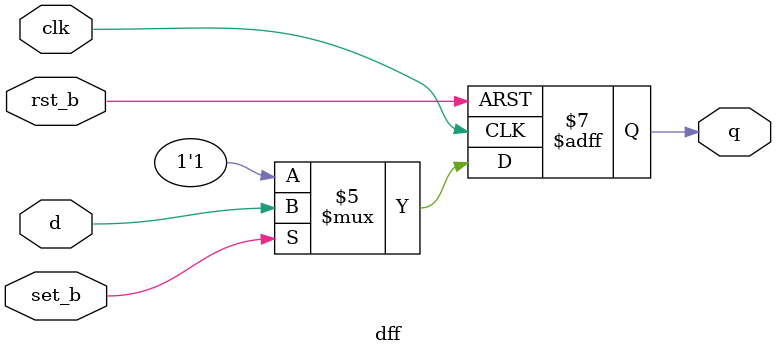
<source format=v>
module dff(
	input d,clk,rst_b,set_b,
	output reg q
);
always @(posedge clk,negedge rst_b) begin
	if(!rst_b) q<=0;
	else if(!set_b) q<=1;
	else q<=d;
end
endmodule

</source>
